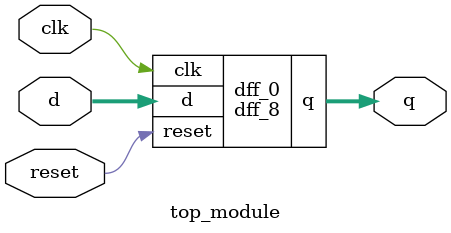
<source format=v>

module dff_8 (
    input clk,
    input reset,            // Asynchronous reset
    input [7:0] d,
    output reg [7:0] q
);

always @ (posedge clk or negedge reset) begin
    if (reset == 1'b0) begin
        q <= 8'b0;
    end else begin
        q <= d;
    end
end
endmodule
module top_module (
    input clk,
    input reset,            // Asynchronous reset
    input [7:0] d,
    output [7:0] q
);

dff_8 dff_0 (.clk(clk), .reset(reset), .d(d), .q(q));

endmodule
</source>
